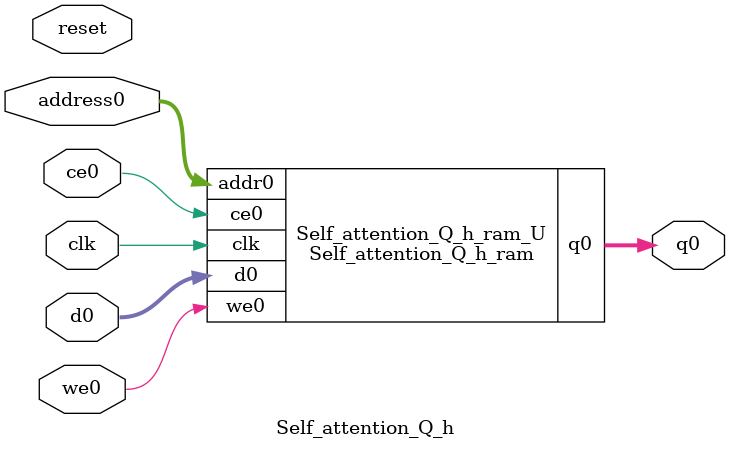
<source format=v>
`timescale 1 ns / 1 ps
module Self_attention_Q_h_ram (addr0, ce0, d0, we0, q0,  clk);

parameter DWIDTH = 32;
parameter AWIDTH = 10;
parameter MEM_SIZE = 768;

input[AWIDTH-1:0] addr0;
input ce0;
input[DWIDTH-1:0] d0;
input we0;
output reg[DWIDTH-1:0] q0;
input clk;

(* ram_style = "block" *)reg [DWIDTH-1:0] ram[0:MEM_SIZE-1];




always @(posedge clk)  
begin 
    if (ce0) begin
        if (we0) 
            ram[addr0] <= d0; 
        q0 <= ram[addr0];
    end
end


endmodule

`timescale 1 ns / 1 ps
module Self_attention_Q_h(
    reset,
    clk,
    address0,
    ce0,
    we0,
    d0,
    q0);

parameter DataWidth = 32'd32;
parameter AddressRange = 32'd768;
parameter AddressWidth = 32'd10;
input reset;
input clk;
input[AddressWidth - 1:0] address0;
input ce0;
input we0;
input[DataWidth - 1:0] d0;
output[DataWidth - 1:0] q0;



Self_attention_Q_h_ram Self_attention_Q_h_ram_U(
    .clk( clk ),
    .addr0( address0 ),
    .ce0( ce0 ),
    .we0( we0 ),
    .d0( d0 ),
    .q0( q0 ));

endmodule


</source>
